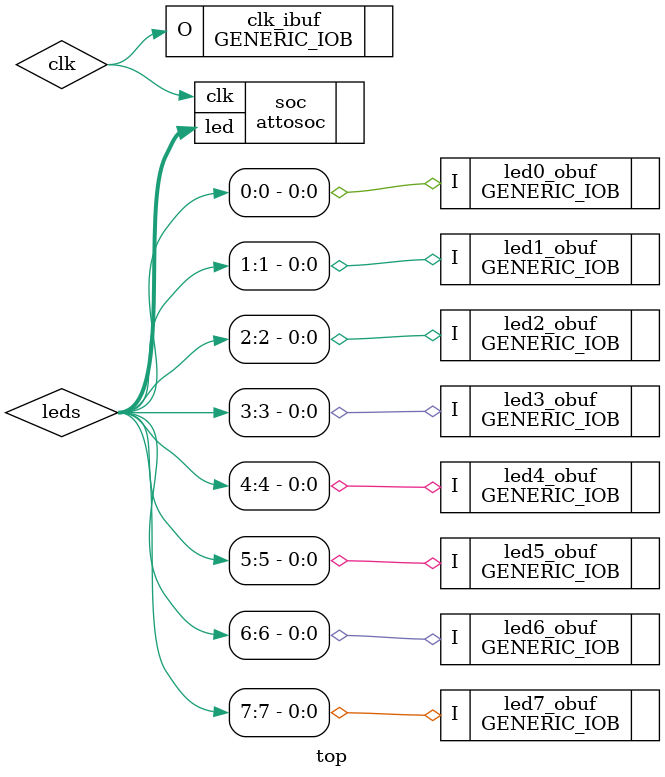
<source format=v>
module top;

	wire clk;
	(* BEL="R29C29_IOB0", keep *)
	GENERIC_IOB #(.INPUT_USED(1), .OUTPUT_USED(0)) clk_ibuf (.O(clk));

	wire [7:0] leds;
	(* BEL="R1C8_IOB0", keep *)
	GENERIC_IOB #(.INPUT_USED(0), .OUTPUT_USED(1)) led7_obuf (.I(leds[7]));
	(* BEL="R1C8_IOB1", keep *)
	GENERIC_IOB #(.INPUT_USED(0), .OUTPUT_USED(1)) led6_obuf (.I(leds[6]));
	(* BEL="R1C10_IOB0", keep *)
	GENERIC_IOB #(.INPUT_USED(0), .OUTPUT_USED(1)) led5_obuf (.I(leds[5]));
	(* BEL="R1C10_IOB1", keep *)
	GENERIC_IOB #(.INPUT_USED(0), .OUTPUT_USED(1)) led4_obuf (.I(leds[4]));
	(* BEL="R1C11_IOB0", keep *)
	GENERIC_IOB #(.INPUT_USED(0), .OUTPUT_USED(1)) led3_obuf (.I(leds[3]));
	(* BEL="R1C11_IOB1", keep *)
	GENERIC_IOB #(.INPUT_USED(0), .OUTPUT_USED(1)) led2_obuf (.I(leds[2]));
	(* BEL="R1C12_IOB0", keep *)
	GENERIC_IOB #(.INPUT_USED(0), .OUTPUT_USED(1)) led1_obuf (.I(leds[1]));
	(* BEL="R1C12_IOB1", keep *)
	GENERIC_IOB #(.INPUT_USED(0), .OUTPUT_USED(1)) led0_obuf (.I(leds[0]));

attosoc soc(
	.clk(clk),
	.led(leds)
);

endmodule

</source>
